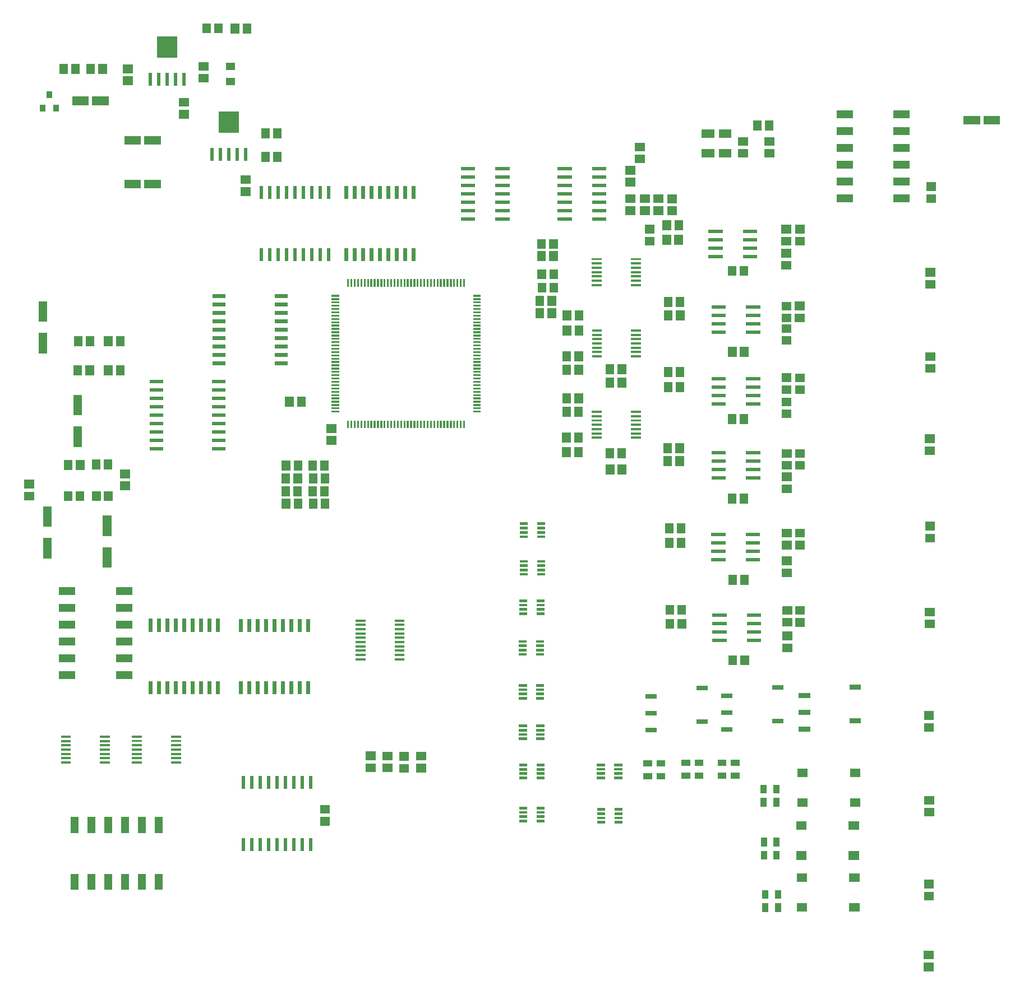
<source format=gbr>
G04 start of page 12 for group -4015 idx -4015 *
G04 Title: (unknown), toppaste *
G04 Creator: pcb 20140316 *
G04 CreationDate: Thu 01 Jun 2017 04:27:31 PM GMT UTC *
G04 For: sumit *
G04 Format: Gerber/RS-274X *
G04 PCB-Dimensions (mm): 381.00 381.00 *
G04 PCB-Coordinate-Origin: lower left *
%MOMM*%
%FSLAX43Y43*%
%LNTOPPASTE*%
%ADD182R,0.940X0.940*%
%ADD181R,0.400X0.400*%
%ADD180R,0.550X0.550*%
%ADD179R,3.050X3.050*%
%ADD178R,0.510X0.510*%
%ADD177R,0.700X0.700*%
%ADD176R,0.330X0.330*%
%ADD175R,0.280X0.280*%
%ADD174R,0.864X0.864*%
%ADD173R,1.118X1.118*%
%ADD172R,1.308X1.308*%
%ADD171R,1.300X1.300*%
%ADD170R,0.508X0.508*%
%ADD169R,1.140X1.140*%
G54D169*X167918Y351663D02*X169218D01*
X176527D02*X177827D01*
X167918Y349123D02*X169218D01*
X176527D02*X177827D01*
X167918Y346583D02*X169218D01*
X176527D02*X177827D01*
X167918Y344043D02*X169218D01*
X176527D02*X177827D01*
X167918Y341503D02*X169218D01*
X176527D02*X177827D01*
X167918Y338963D02*X169218D01*
X176527D02*X177827D01*
G54D170*X125476Y343408D02*X127127D01*
X125476Y342138D02*X127127D01*
X125476Y340868D02*X127127D01*
X125476Y339598D02*X127127D01*
X125476Y338328D02*X127127D01*
X125476Y337058D02*X127127D01*
X125476Y335788D02*X127127D01*
X130683D02*X132334D01*
X130683Y337058D02*X132334D01*
X130683Y338328D02*X132334D01*
X130683Y339598D02*X132334D01*
X130683Y340868D02*X132334D01*
X130683Y342138D02*X132334D01*
X130683Y343408D02*X132334D01*
G54D169*X50539Y279608D02*X51839D01*
X59148D02*X60449D01*
X50539Y277068D02*X51839D01*
X59148D02*X60449D01*
X50539Y274528D02*X51839D01*
X59148D02*X60449D01*
X50539Y271988D02*X51839D01*
X59148D02*X60449D01*
X50539Y269448D02*X51839D01*
X59148D02*X60449D01*
X50539Y266908D02*X51839D01*
X59148D02*X60449D01*
X52299Y236307D02*Y235007D01*
Y244916D02*Y243616D01*
X54839Y236307D02*Y235007D01*
Y244916D02*Y243616D01*
X57379Y236307D02*Y235007D01*
Y244916D02*Y243616D01*
X59919Y236307D02*Y235007D01*
Y244916D02*Y243616D01*
X62459Y236307D02*Y235007D01*
Y244916D02*Y243616D01*
X64999Y236307D02*Y235007D01*
Y244916D02*Y243616D01*
G54D171*X90022Y244814D02*X90222D01*
X90022Y246614D02*X90222D01*
G54D172*X55613Y353695D02*X56813D01*
X52613D02*X53813D01*
G54D171*X68734Y351652D02*X68934D01*
X68734Y353452D02*X68934D01*
X71655Y357113D02*X71855D01*
X71655Y358913D02*X71855D01*
G54D173*X75692Y356616D02*X75946D01*
X75692Y358902D02*X75946D01*
G54D171*X60225Y356721D02*X60425D01*
X60225Y358521D02*X60425D01*
G54D174*X47517Y352628D02*Y352476D01*
X49498Y352628D02*Y352476D01*
X48508Y354711D02*Y354559D01*
G54D171*X54737Y358621D02*Y358421D01*
X56537Y358621D02*Y358421D01*
X52462Y358621D02*Y358421D01*
X50662Y358621D02*Y358421D01*
X78005Y339979D02*X78205D01*
X78005Y341779D02*X78205D01*
X82931Y348842D02*Y348642D01*
X81131Y348842D02*Y348642D01*
X82931Y345286D02*Y345086D01*
X81131Y345286D02*Y345086D01*
X57393Y317449D02*Y317249D01*
X59193Y317449D02*Y317249D01*
X54655Y317483D02*Y317283D01*
X52855Y317483D02*Y317283D01*
X59204Y313028D02*Y312828D01*
X57404Y313028D02*Y312828D01*
G54D172*X60463Y347707D02*X61663D01*
X63463D02*X64663D01*
G54D171*X54602Y313028D02*Y312828D01*
X52802Y313028D02*Y312828D01*
G54D175*X91232Y324218D02*X92095D01*
X91232Y323718D02*X92095D01*
X91232Y323218D02*X92095D01*
X91232Y322718D02*X92095D01*
X91232Y322218D02*X92095D01*
X91232Y321718D02*X92095D01*
X91232Y321218D02*X92095D01*
X91232Y320718D02*X92095D01*
X91232Y320218D02*X92095D01*
X91232Y319718D02*X92095D01*
X91232Y319218D02*X92095D01*
X91232Y318718D02*X92095D01*
X91232Y318218D02*X92095D01*
X91232Y317718D02*X92095D01*
X91232Y317218D02*X92095D01*
X91232Y316718D02*X92095D01*
X91232Y316218D02*X92095D01*
X91232Y315718D02*X92095D01*
X91232Y315218D02*X92095D01*
X91232Y314718D02*X92095D01*
X91232Y314218D02*X92095D01*
X91232Y313718D02*X92095D01*
X91232Y313218D02*X92095D01*
X91232Y312718D02*X92095D01*
X91232Y312218D02*X92095D01*
X91232Y311718D02*X92095D01*
X91232Y311218D02*X92095D01*
X91232Y310718D02*X92095D01*
X91232Y310218D02*X92095D01*
X91232Y309718D02*X92095D01*
X91232Y309218D02*X92095D01*
X91232Y308718D02*X92095D01*
X91232Y308218D02*X92095D01*
X91232Y307718D02*X92095D01*
X91232Y307218D02*X92095D01*
X91232Y306718D02*X92095D01*
X93612Y305201D02*Y304338D01*
X94112Y305201D02*Y304338D01*
X94612Y305201D02*Y304338D01*
X95112Y305201D02*Y304338D01*
X95612Y305201D02*Y304338D01*
X96112Y305201D02*Y304338D01*
X96612Y305201D02*Y304338D01*
X97112Y305201D02*Y304338D01*
X97612Y305201D02*Y304338D01*
X98112Y305201D02*Y304338D01*
X98612Y305201D02*Y304338D01*
X99112Y305201D02*Y304338D01*
X99612Y305201D02*Y304338D01*
X100112Y305201D02*Y304338D01*
X100612Y305201D02*Y304338D01*
X101112Y305201D02*Y304338D01*
X101612Y305201D02*Y304338D01*
X102112Y305201D02*Y304338D01*
X102612Y305201D02*Y304338D01*
X103112Y305201D02*Y304338D01*
X103612Y305201D02*Y304338D01*
X104112Y305201D02*Y304338D01*
X104612Y305201D02*Y304338D01*
X105112Y305201D02*Y304338D01*
X105612Y305201D02*Y304338D01*
X106112Y305201D02*Y304338D01*
X106612Y305201D02*Y304338D01*
X107112Y305201D02*Y304338D01*
X107612Y305201D02*Y304338D01*
X108112Y305201D02*Y304338D01*
X108612Y305201D02*Y304338D01*
X109112Y305201D02*Y304338D01*
X109612Y305201D02*Y304338D01*
X110112Y305201D02*Y304338D01*
X110612Y305201D02*Y304338D01*
X111112Y305201D02*Y304338D01*
X112629Y306718D02*X113492D01*
X112629Y307218D02*X113492D01*
X112629Y307718D02*X113492D01*
X112629Y308218D02*X113492D01*
X112629Y308718D02*X113492D01*
X112629Y309218D02*X113492D01*
X112629Y309718D02*X113492D01*
X112629Y310218D02*X113492D01*
X112629Y310718D02*X113492D01*
X112629Y311218D02*X113492D01*
X112629Y311718D02*X113492D01*
X112629Y312218D02*X113492D01*
X112629Y312718D02*X113492D01*
X112629Y313218D02*X113492D01*
X112629Y313718D02*X113492D01*
X112629Y314218D02*X113492D01*
X112629Y314718D02*X113492D01*
X112629Y315218D02*X113492D01*
X112629Y315718D02*X113492D01*
X112629Y316218D02*X113492D01*
X112629Y316718D02*X113492D01*
X112629Y317218D02*X113492D01*
X112629Y317718D02*X113492D01*
X112629Y318218D02*X113492D01*
X112629Y318718D02*X113492D01*
X112629Y319218D02*X113492D01*
X112629Y319718D02*X113492D01*
X112629Y320218D02*X113492D01*
X112629Y320718D02*X113492D01*
X112629Y321218D02*X113492D01*
X112629Y321718D02*X113492D01*
X112629Y322218D02*X113492D01*
X112629Y322718D02*X113492D01*
X112629Y323218D02*X113492D01*
X112629Y323718D02*X113492D01*
X112629Y324218D02*X113492D01*
X111112Y326598D02*Y325735D01*
X110612Y326598D02*Y325735D01*
X110112Y326598D02*Y325735D01*
X109612Y326598D02*Y325735D01*
X109112Y326598D02*Y325735D01*
X108612Y326598D02*Y325735D01*
X108112Y326598D02*Y325735D01*
X107612Y326598D02*Y325735D01*
X107112Y326598D02*Y325735D01*
X106612Y326598D02*Y325735D01*
X106112Y326598D02*Y325735D01*
X105612Y326598D02*Y325735D01*
X105112Y326598D02*Y325735D01*
X104612Y326598D02*Y325735D01*
X104112Y326598D02*Y325735D01*
X103612Y326598D02*Y325735D01*
X103112Y326598D02*Y325735D01*
X102612Y326598D02*Y325735D01*
X102112Y326598D02*Y325735D01*
X101612Y326598D02*Y325735D01*
X101112Y326598D02*Y325735D01*
X100612Y326598D02*Y325735D01*
X100112Y326598D02*Y325735D01*
X99612Y326598D02*Y325735D01*
X99112Y326598D02*Y325735D01*
X98612Y326598D02*Y325735D01*
X98112Y326598D02*Y325735D01*
X97612Y326598D02*Y325735D01*
X97112Y326598D02*Y325735D01*
X96612Y326598D02*Y325735D01*
X96112Y326598D02*Y325735D01*
X95612Y326598D02*Y325735D01*
X95112Y326598D02*Y325735D01*
X94612Y326598D02*Y325735D01*
X94112Y326598D02*Y325735D01*
X93612Y326598D02*Y325735D01*
G54D172*X63487Y341122D02*X64687D01*
X60487D02*X61687D01*
G54D171*X86551Y308321D02*Y308122D01*
X84751Y308321D02*Y308122D01*
X90959Y304165D02*X91159D01*
X90959Y302365D02*X91159D01*
X150220Y345745D02*X150820D01*
X150220Y348745D02*X150820D01*
X147630D02*X148230D01*
X147630Y345745D02*X148230D01*
X153164Y347570D02*X153363D01*
X153164Y345770D02*X153363D01*
X157198Y350046D02*Y349846D01*
X155398Y350046D02*Y349846D01*
X157126Y345748D02*X157326D01*
X157126Y347548D02*X157326D01*
G54D170*X110871Y343408D02*X112522D01*
X110871Y342138D02*X112522D01*
X110871Y340868D02*X112522D01*
X110871Y339598D02*X112522D01*
X110871Y338328D02*X112522D01*
X110871Y337058D02*X112522D01*
X110871Y335788D02*X112522D01*
X116078D02*X117729D01*
X116078Y337058D02*X117729D01*
X116078Y338328D02*X117729D01*
X116078Y339598D02*X117729D01*
X116078Y340868D02*X117729D01*
X116078Y342138D02*X117729D01*
X116078Y343408D02*X117729D01*
G54D171*X45384Y295762D02*X45584D01*
X45384Y293962D02*X45584D01*
X51359Y298778D02*Y298579D01*
X53159Y298778D02*Y298579D01*
X55550Y298804D02*Y298604D01*
X57350Y298804D02*Y298604D01*
X59819Y297307D02*X60018D01*
X59819Y295507D02*X60018D01*
X51337Y294054D02*Y293854D01*
X53137Y294054D02*Y293854D01*
X55604Y294054D02*Y293854D01*
X57404Y294054D02*Y293854D01*
X143887Y289203D02*Y289003D01*
X142088Y289203D02*Y289003D01*
X142102Y286993D02*Y286793D01*
X143902Y286993D02*Y286793D01*
X159717Y282375D02*X159917D01*
X159717Y284175D02*X159917D01*
X151642Y281379D02*Y281180D01*
X153441Y281379D02*Y281180D01*
X161724Y288352D02*X161923D01*
X161724Y286552D02*X161923D01*
X159717Y288341D02*X159917D01*
X159717Y286541D02*X159917D01*
X126623Y308837D02*Y308637D01*
X128422Y308837D02*Y308637D01*
G54D170*X153949Y318694D02*X155600D01*
X153949Y319964D02*X155600D01*
X153949Y321234D02*X155600D01*
X153949Y322504D02*X155600D01*
X148742D02*X150393D01*
X148742Y321234D02*X150393D01*
X148742Y319964D02*X150393D01*
X148742Y318694D02*X150393D01*
G54D176*X130602Y318967D02*X131772D01*
X130602Y318317D02*X131772D01*
X130602Y317667D02*X131772D01*
X130602Y317017D02*X131772D01*
X130602Y316367D02*X131772D01*
X130602Y315717D02*X131772D01*
X130602Y315067D02*X131772D01*
X136502D02*X137672D01*
X136502Y315717D02*X137672D01*
X136502Y316367D02*X137672D01*
X136502Y317017D02*X137672D01*
X136502Y317667D02*X137672D01*
X136502Y318317D02*X137672D01*
X136502Y318967D02*X137672D01*
G54D170*X153895Y284374D02*X155546D01*
X153895Y285644D02*X155546D01*
X153895Y286914D02*X155546D01*
X153895Y288184D02*X155546D01*
X148688D02*X150339D01*
X148688Y286914D02*X150339D01*
X148688Y285644D02*X150339D01*
X148688Y284374D02*X150339D01*
G54D176*X130581Y306678D02*X131751D01*
X130581Y306028D02*X131751D01*
X130581Y305378D02*X131751D01*
X130581Y304728D02*X131751D01*
X130581Y304078D02*X131751D01*
X130581Y303428D02*X131751D01*
X130581Y302778D02*X131751D01*
X136481D02*X137651D01*
X136481Y303428D02*X137651D01*
X136481Y304078D02*X137651D01*
X136481Y304728D02*X137651D01*
X136481Y305378D02*X137651D01*
X136481Y306028D02*X137651D01*
X136481Y306678D02*X137651D01*
G54D170*X153463Y330145D02*X155114D01*
X153463Y331415D02*X155114D01*
X153463Y332685D02*X155114D01*
X153463Y333955D02*X155114D01*
X148256D02*X149907D01*
X148256Y332685D02*X149907D01*
X148256Y331415D02*X149907D01*
X148256Y330145D02*X149907D01*
X153949Y296672D02*X155600D01*
X153949Y297942D02*X155600D01*
X153949Y299212D02*X155600D01*
X153949Y300482D02*X155600D01*
X148742D02*X150393D01*
X148742Y299212D02*X150393D01*
X148742Y297942D02*X150393D01*
X148742Y296672D02*X150393D01*
G54D171*X134954Y298075D02*Y297875D01*
X133154Y298075D02*Y297875D01*
X133125Y300556D02*Y300357D01*
X134925Y300556D02*Y300357D01*
X159793Y271022D02*X159993D01*
X159793Y272821D02*X159993D01*
X151692Y269238D02*Y269039D01*
X153492Y269238D02*Y269039D01*
X143521Y334973D02*Y334774D01*
X141721Y334973D02*Y334774D01*
X141710Y332789D02*Y332589D01*
X143510Y332789D02*Y332589D01*
X159666Y328854D02*X159866D01*
X159666Y330654D02*X159866D01*
X159666Y334289D02*X159866D01*
X159666Y332490D02*X159866D01*
G54D170*X154051Y272110D02*X155702D01*
X154051Y273380D02*X155702D01*
X154051Y274650D02*X155702D01*
X154051Y275920D02*X155702D01*
X148844D02*X150495D01*
X148844Y274650D02*X150495D01*
X148844Y273380D02*X150495D01*
X148844Y272110D02*X150495D01*
G54D171*X151587Y328090D02*Y327890D01*
X153387Y328090D02*Y327890D01*
X161720Y334289D02*X161920D01*
X161720Y332490D02*X161920D01*
X143735Y323416D02*Y323217D01*
X141935Y323416D02*Y323217D01*
X141939Y321334D02*Y321134D01*
X143739Y321334D02*Y321134D01*
X159692Y317478D02*X159891D01*
X159692Y319278D02*X159891D01*
X151613Y315847D02*Y315648D01*
X153412Y315847D02*Y315648D01*
X161698Y322682D02*X161898D01*
X161698Y320882D02*X161898D01*
X159692Y322678D02*X159891D01*
X159692Y320878D02*X159891D01*
G54D170*X153949Y307899D02*X155600D01*
X153949Y309169D02*X155600D01*
X153949Y310439D02*X155600D01*
X153949Y311709D02*X155600D01*
X148742D02*X150393D01*
X148742Y310439D02*X150393D01*
X148742Y309169D02*X150393D01*
X148742Y307899D02*X150393D01*
G54D171*X151562Y305713D02*Y305513D01*
X153362Y305713D02*Y305513D01*
X161724Y311836D02*X161923D01*
X161724Y310036D02*X161923D01*
X159692Y311858D02*X159891D01*
X159692Y310058D02*X159891D01*
X143710Y312799D02*Y312600D01*
X141910Y312799D02*Y312600D01*
X141913Y310539D02*Y310339D01*
X143713Y310539D02*Y310339D01*
X159692Y306378D02*X159891D01*
X159692Y308178D02*X159891D01*
X159717Y295075D02*X159917D01*
X159717Y296875D02*X159917D01*
X151562Y293673D02*Y293473D01*
X153362Y293673D02*Y293473D01*
X161724Y300406D02*X161923D01*
X161724Y298606D02*X161923D01*
X159717Y300406D02*X159917D01*
X159717Y298606D02*X159917D01*
X143662Y301318D02*Y301119D01*
X141863Y301318D02*Y301119D01*
Y299312D02*Y299112D01*
X143662Y299312D02*Y299112D01*
X161724Y276657D02*X161923D01*
X161724Y274857D02*X161923D01*
X159793Y276682D02*X159993D01*
X159793Y274882D02*X159993D01*
X126572Y300683D02*Y300484D01*
X128372Y300683D02*Y300484D01*
X126572Y302868D02*Y302668D01*
X128372Y302868D02*Y302668D01*
X143989Y276858D02*Y276659D01*
X142189Y276858D02*Y276659D01*
X142193Y274750D02*Y274550D01*
X143993Y274750D02*Y274550D01*
X126659Y321334D02*Y321134D01*
X128459Y321334D02*Y321134D01*
X126648Y319073D02*Y318873D01*
X128448Y319073D02*Y318873D01*
X126619Y313155D02*Y312955D01*
X128419Y313155D02*Y312955D01*
X126623Y315161D02*Y314962D01*
X128422Y315161D02*Y314962D01*
X133147Y311224D02*Y311025D01*
X134947Y311224D02*Y311025D01*
X133147Y313206D02*Y313006D01*
X134947Y313206D02*Y313006D01*
X126608Y306779D02*Y306580D01*
X128408Y306779D02*Y306580D01*
X124623Y330302D02*Y330103D01*
X122823Y330302D02*Y330103D01*
X138302Y338902D02*X138502D01*
X138302Y337102D02*X138502D01*
X124642Y327577D02*Y327377D01*
X122842Y327577D02*Y327377D01*
X136110Y338897D02*X136310D01*
X136110Y337097D02*X136310D01*
X136125Y343192D02*X136325D01*
X136125Y341392D02*X136325D01*
X124369Y321671D02*Y321472D01*
X122569Y321671D02*Y321472D01*
X140360Y338891D02*X140559D01*
X140360Y337091D02*X140559D01*
X139036Y332483D02*X139236D01*
X139036Y334283D02*X139236D01*
X142432Y338879D02*X142632D01*
X142432Y337079D02*X142632D01*
X137578Y346705D02*X137778D01*
X137578Y344905D02*X137778D01*
X124361Y323569D02*Y323369D01*
X122561Y323569D02*Y323369D01*
X124667Y325555D02*Y325355D01*
X122867Y325555D02*Y325355D01*
X124611Y332141D02*Y331942D01*
X122812Y332141D02*Y331942D01*
G54D176*X130554Y329760D02*X131724D01*
X130554Y329110D02*X131724D01*
X130554Y328460D02*X131724D01*
X130554Y327810D02*X131724D01*
X130554Y327160D02*X131724D01*
X130554Y326510D02*X131724D01*
X130554Y325860D02*X131724D01*
X136454D02*X137624D01*
X136454Y326510D02*X137624D01*
X136454Y327160D02*X137624D01*
X136454Y327810D02*X137624D01*
X136454Y328460D02*X137624D01*
X136454Y329110D02*X137624D01*
X136454Y329760D02*X137624D01*
G54D171*X104558Y254639D02*X104758D01*
X104558Y252839D02*X104758D01*
X101960Y254624D02*X102160D01*
X101960Y252824D02*X102160D01*
X99476Y254675D02*X99675D01*
X99476Y252875D02*X99675D01*
X96913Y254695D02*X97113D01*
X96913Y252895D02*X97113D01*
X90057Y298649D02*Y298449D01*
X88257Y298649D02*Y298449D01*
X90112Y296729D02*Y296529D01*
X88312Y296729D02*Y296529D01*
X90053Y294745D02*Y294545D01*
X88253Y294745D02*Y294545D01*
X90142Y292881D02*Y292681D01*
X88342Y292881D02*Y292681D01*
X86025Y298644D02*Y298444D01*
X84225Y298644D02*Y298444D01*
X86015Y296731D02*Y296532D01*
X84215Y296731D02*Y296532D01*
X85989Y294747D02*Y294548D01*
X84189Y294747D02*Y294548D01*
X86037Y292883D02*Y292683D01*
X84238Y292883D02*Y292683D01*
G54D176*X61146Y257598D02*X62316D01*
X61146Y256948D02*X62316D01*
X61146Y256298D02*X62316D01*
X61146Y255648D02*X62316D01*
X61146Y254998D02*X62316D01*
X61146Y254348D02*X62316D01*
X61146Y253699D02*X62316D01*
X67046D02*X68216D01*
X67046Y254348D02*X68216D01*
X67046Y254998D02*X68216D01*
X67046Y255648D02*X68216D01*
X67046Y256298D02*X68216D01*
X67046Y256948D02*X68216D01*
X67046Y257598D02*X68216D01*
X50407Y257586D02*X51577D01*
X50407Y256936D02*X51577D01*
X50407Y256286D02*X51577D01*
X50407Y255636D02*X51577D01*
X50407Y254986D02*X51577D01*
X50407Y254336D02*X51577D01*
X50407Y253686D02*X51577D01*
X56307D02*X57477D01*
X56307Y254336D02*X57477D01*
X56307Y254986D02*X57477D01*
X56307Y255636D02*X57477D01*
X56307Y256286D02*X57477D01*
X56307Y256936D02*X57477D01*
X56307Y257586D02*X57477D01*
G54D171*X181183Y224586D02*X181382D01*
X181183Y222786D02*X181382D01*
X181203Y233511D02*X181402D01*
X181203Y235311D02*X181402D01*
X181335Y300823D02*X181535D01*
X181335Y302623D02*X181535D01*
X181386Y313229D02*X181585D01*
X181386Y315029D02*X181585D01*
X181421Y325974D02*X181621D01*
X181421Y327774D02*X181621D01*
X181546Y338916D02*X181745D01*
X181546Y340716D02*X181745D01*
X181322Y274649D02*X181522D01*
X181322Y276449D02*X181522D01*
X181373Y287623D02*X181573D01*
X181373Y289423D02*X181573D01*
X181218Y246175D02*X181418D01*
X181218Y247975D02*X181418D01*
X181213Y259007D02*X181413D01*
X181213Y260807D02*X181413D01*
G54D177*X162005Y263809D02*X163005D01*
X162005Y261269D02*X163005D01*
X162005Y258729D02*X163005D01*
X169705Y259999D02*X170705D01*
X169705Y265079D02*X170705D01*
G54D171*X162064Y252130D02*X162314D01*
X162064Y247630D02*X162314D01*
X170014D02*X170264D01*
X170014Y252130D02*X170264D01*
X161894Y244149D02*X162144D01*
X161894Y239650D02*X162144D01*
X169844D02*X170094D01*
X169844Y244149D02*X170094D01*
X161976Y236311D02*X162225D01*
X161976Y231811D02*X162225D01*
X169925D02*X170175D01*
X169925Y236311D02*X170175D01*
G54D177*X138820Y263710D02*X139820D01*
X138820Y261170D02*X139820D01*
X138820Y258630D02*X139820D01*
X146519Y259900D02*X147519D01*
X146519Y264980D02*X147519D01*
X150252Y263792D02*X151252D01*
X150252Y261252D02*X151252D01*
X150252Y258712D02*X151252D01*
X157952Y259982D02*X158952D01*
X157952Y265062D02*X158952D01*
G54D178*X63749Y357635D02*Y356195D01*
X65019Y357635D02*Y356195D01*
X66289Y357635D02*Y356195D01*
X67559Y357635D02*Y356195D01*
X68829Y357635D02*Y356195D01*
G54D179*X66289Y361914D02*Y361744D01*
G54D178*X73035Y346290D02*Y344850D01*
X74305Y346290D02*Y344850D01*
X75575Y346290D02*Y344850D01*
X76845Y346290D02*Y344850D01*
X78115Y346290D02*Y344850D01*
G54D179*X75575Y350569D02*Y350399D01*
G54D171*X74030Y364740D02*Y364540D01*
X72230Y364740D02*Y364540D01*
X76524Y364724D02*Y364525D01*
X78324Y364724D02*Y364525D01*
G54D176*X100800Y269287D02*X101970D01*
X100800Y269937D02*X101970D01*
X100800Y270587D02*X101970D01*
X100800Y271237D02*X101970D01*
X100800Y271887D02*X101970D01*
X100800Y272537D02*X101970D01*
X100800Y273187D02*X101970D01*
X100800Y273837D02*X101970D01*
X100800Y274487D02*X101970D01*
X100800Y275137D02*X101970D01*
X94900D02*X96070D01*
X94900Y274487D02*X96070D01*
X94900Y273837D02*X96070D01*
X94900Y273187D02*X96070D01*
X94900Y272537D02*X96070D01*
X94900Y271887D02*X96070D01*
X94900Y271237D02*X96070D01*
X94900Y270587D02*X96070D01*
X94900Y269937D02*X96070D01*
X94900Y269287D02*X96070D01*
G54D172*X187174Y350761D02*X188374D01*
X190174D02*X191374D01*
X48222Y291762D02*Y289962D01*
Y286963D02*Y285162D01*
X57229Y290383D02*Y288583D01*
Y285583D02*Y283783D01*
X52774Y308606D02*Y306806D01*
Y303806D02*Y302006D01*
X47513Y322741D02*Y320940D01*
Y317941D02*Y316141D01*
G54D180*X73372Y301125D02*X74772D01*
X73372Y302395D02*X74772D01*
X73372Y303665D02*X74772D01*
X73372Y304935D02*X74772D01*
X73372Y306205D02*X74772D01*
X73372Y307475D02*X74772D01*
X73372Y308745D02*X74772D01*
X73372Y310015D02*X74772D01*
X73372Y311285D02*X74772D01*
X63973D02*X65372D01*
X63973Y310015D02*X65372D01*
X63973Y308745D02*X65372D01*
X63973Y307475D02*X65372D01*
X63973Y306205D02*X65372D01*
X63973Y304935D02*X65372D01*
X63973Y303665D02*X65372D01*
X63973Y302395D02*X65372D01*
X63973Y301125D02*X65372D01*
X82783Y314023D02*X84183D01*
X82783Y315293D02*X84183D01*
X82783Y316563D02*X84183D01*
X82783Y317833D02*X84183D01*
X82783Y319103D02*X84183D01*
X82783Y320373D02*X84183D01*
X82783Y321643D02*X84183D01*
X82783Y322913D02*X84183D01*
X82783Y324183D02*X84183D01*
X73383D02*X74783D01*
X73383Y322913D02*X74783D01*
X73383Y321643D02*X74783D01*
X73383Y320373D02*X74783D01*
X73383Y319103D02*X74783D01*
X73383Y317833D02*X74783D01*
X73383Y316563D02*X74783D01*
X73383Y315293D02*X74783D01*
X73383Y314023D02*X74783D01*
X93315Y331115D02*Y329715D01*
X94585Y331115D02*Y329715D01*
X95855Y331115D02*Y329715D01*
X97125Y331115D02*Y329715D01*
X98395Y331115D02*Y329715D01*
X99665Y331115D02*Y329715D01*
X100935Y331115D02*Y329715D01*
X102205Y331115D02*Y329715D01*
X103475Y331115D02*Y329715D01*
Y340515D02*Y339115D01*
X102205Y340515D02*Y339115D01*
X100935Y340515D02*Y339115D01*
X99665Y340515D02*Y339115D01*
X98395Y340515D02*Y339115D01*
X97125Y340515D02*Y339115D01*
X95855Y340515D02*Y339115D01*
X94585Y340515D02*Y339115D01*
X93315Y340515D02*Y339115D01*
X80523Y331125D02*Y329725D01*
X81793Y331125D02*Y329725D01*
X83063Y331125D02*Y329725D01*
X84333Y331125D02*Y329725D01*
X85603Y331125D02*Y329725D01*
X86873Y331125D02*Y329725D01*
X88143Y331125D02*Y329725D01*
X89413Y331125D02*Y329725D01*
X90683Y331125D02*Y329725D01*
Y340525D02*Y339125D01*
X89413Y340525D02*Y339125D01*
X88143Y340525D02*Y339125D01*
X86873Y340525D02*Y339125D01*
X85603Y340525D02*Y339125D01*
X84333Y340525D02*Y339125D01*
X83063Y340525D02*Y339125D01*
X81793Y340525D02*Y339125D01*
X80523Y340525D02*Y339125D01*
X77429Y265712D02*Y264313D01*
X78699Y265712D02*Y264313D01*
X79969Y265712D02*Y264313D01*
X81239Y265712D02*Y264313D01*
X82509Y265712D02*Y264313D01*
X83779Y265712D02*Y264313D01*
X85049Y265712D02*Y264313D01*
X86319Y265712D02*Y264313D01*
X87589Y265712D02*Y264313D01*
Y275112D02*Y273712D01*
X86319Y275112D02*Y273712D01*
X85049Y275112D02*Y273712D01*
X83779Y275112D02*Y273712D01*
X82509Y275112D02*Y273712D01*
X81239Y275112D02*Y273712D01*
X79969Y275112D02*Y273712D01*
X78699Y275112D02*Y273712D01*
X77429Y275112D02*Y273712D01*
X63779Y265733D02*Y264333D01*
X65049Y265733D02*Y264333D01*
X66319Y265733D02*Y264333D01*
X67589Y265733D02*Y264333D01*
X68859Y265733D02*Y264333D01*
X70129Y265733D02*Y264333D01*
X71399Y265733D02*Y264333D01*
X72669Y265733D02*Y264333D01*
X73939Y265733D02*Y264333D01*
Y275133D02*Y273733D01*
X72669Y275133D02*Y273733D01*
X71399Y275133D02*Y273733D01*
X70129Y275133D02*Y273733D01*
X68859Y275133D02*Y273733D01*
X67589Y275133D02*Y273733D01*
X66319Y275133D02*Y273733D01*
X65049Y275133D02*Y273733D01*
X63779Y275133D02*Y273733D01*
X77800Y242005D02*Y240605D01*
X79070Y242005D02*Y240605D01*
X80340Y242005D02*Y240605D01*
X81610Y242005D02*Y240605D01*
X82880Y242005D02*Y240605D01*
X84150Y242005D02*Y240605D01*
X85420Y242005D02*Y240605D01*
X86690Y242005D02*Y240605D01*
X87960Y242005D02*Y240605D01*
Y251405D02*Y250005D01*
X86690Y251405D02*Y250005D01*
X85420Y251405D02*Y250005D01*
X84150Y251405D02*Y250005D01*
X82880Y251405D02*Y250005D01*
X81610Y251405D02*Y250005D01*
X80340Y251405D02*Y250005D01*
X79070Y251405D02*Y250005D01*
X77800Y251405D02*Y250005D01*
G54D181*X122247Y244856D02*X123067D01*
X122247Y245506D02*X123067D01*
X122247Y246156D02*X123067D01*
X122247Y246806D02*X123067D01*
X119628D02*X120448D01*
X119628Y246156D02*X120448D01*
X119628Y245506D02*X120448D01*
X119628Y244856D02*X120448D01*
X122254Y251361D02*X123073D01*
X122254Y252011D02*X123073D01*
X122254Y252661D02*X123073D01*
X122254Y253311D02*X123073D01*
X119634D02*X120454D01*
X119634Y252661D02*X120454D01*
X119634Y252011D02*X120454D01*
X119634Y251361D02*X120454D01*
X134009Y244660D02*X134829D01*
X134009Y245310D02*X134829D01*
X134009Y245960D02*X134829D01*
X134009Y246610D02*X134829D01*
X131390D02*X132210D01*
X131390Y245960D02*X132210D01*
X131390Y245310D02*X132210D01*
X131390Y244660D02*X132210D01*
X133993Y251382D02*X134813D01*
X133993Y252032D02*X134813D01*
X133993Y252681D02*X134813D01*
X133993Y253331D02*X134813D01*
X131374D02*X132194D01*
X131374Y252681D02*X132194D01*
X131374Y252032D02*X132194D01*
X131374Y251382D02*X132194D01*
X122226Y257277D02*X123045D01*
X122226Y257927D02*X123045D01*
X122226Y258577D02*X123045D01*
X122226Y259227D02*X123045D01*
X119606D02*X120426D01*
X119606Y258577D02*X120426D01*
X119606Y257927D02*X120426D01*
X119606Y257277D02*X120426D01*
X122200Y263406D02*X123020D01*
X122200Y264056D02*X123020D01*
X122200Y264706D02*X123020D01*
X122200Y265356D02*X123020D01*
X119580D02*X120400D01*
X119580Y264706D02*X120400D01*
X119580Y264056D02*X120400D01*
X119580Y263406D02*X120400D01*
X122172Y270025D02*X122992D01*
X122172Y270675D02*X122992D01*
X122172Y271325D02*X122992D01*
X122172Y271975D02*X122992D01*
X119552D02*X120372D01*
X119552Y271325D02*X120372D01*
X119552Y270675D02*X120372D01*
X119552Y270025D02*X120372D01*
X122258Y276191D02*X123077D01*
X122258Y276841D02*X123077D01*
X122258Y277491D02*X123077D01*
X122258Y278141D02*X123077D01*
X119638D02*X120458D01*
X119638Y277491D02*X120458D01*
X119638Y276841D02*X120458D01*
X119638Y276191D02*X120458D01*
X122363Y282131D02*X123183D01*
X122363Y282781D02*X123183D01*
X122363Y283431D02*X123183D01*
X122363Y284081D02*X123183D01*
X119743D02*X120563D01*
X119743Y283431D02*X120563D01*
X119743Y282781D02*X120563D01*
X119743Y282131D02*X120563D01*
X122346Y287822D02*X123166D01*
X122346Y288472D02*X123166D01*
X122346Y289122D02*X123166D01*
X122346Y289772D02*X123166D01*
X119726D02*X120546D01*
X119726Y289122D02*X120546D01*
X119726Y288472D02*X120546D01*
X119726Y287822D02*X120546D01*
G54D182*X149859Y253649D02*X150229D01*
X149859Y251729D02*X150229D01*
X151858D02*X152229D01*
X151858Y253649D02*X152229D01*
X144394Y253657D02*X144764D01*
X144394Y251737D02*X144764D01*
X146394D02*X146764D01*
X146394Y253657D02*X146764D01*
X138662Y253563D02*X139032D01*
X138662Y251643D02*X139032D01*
X140662D02*X141032D01*
X140662Y253563D02*X141032D01*
X156576Y231947D02*Y231576D01*
X158495Y231947D02*Y231576D01*
Y233946D02*Y233576D01*
X156576Y233946D02*Y233576D01*
X156388Y239849D02*Y239479D01*
X158308Y239849D02*Y239479D01*
Y241849D02*Y241479D01*
X156388Y241849D02*Y241479D01*
X156352Y247847D02*Y247477D01*
X158272Y247847D02*Y247477D01*
Y249847D02*Y249477D01*
X156352Y249847D02*Y249477D01*
M02*

</source>
